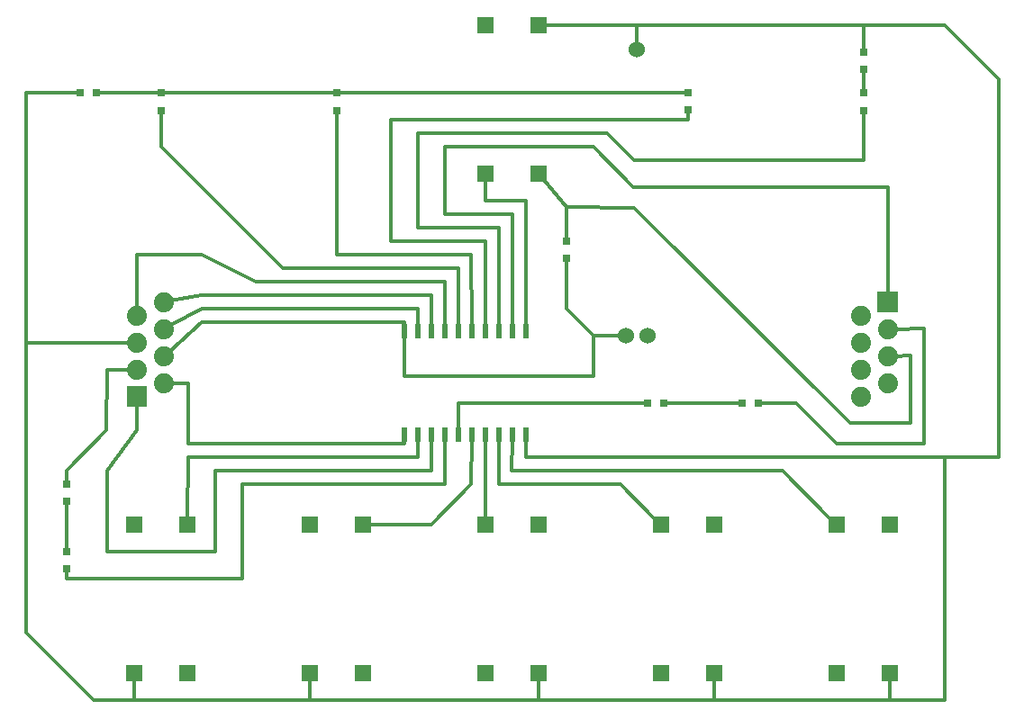
<source format=gtl>
G04 MADE WITH FRITZING*
G04 WWW.FRITZING.ORG*
G04 DOUBLE SIDED*
G04 HOLES PLATED*
G04 CONTOUR ON CENTER OF CONTOUR VECTOR*
%ASAXBY*%
%FSLAX23Y23*%
%MOIN*%
%OFA0B0*%
%SFA1.0B1.0*%
%ADD10C,0.060000*%
%ADD11C,0.074000*%
%ADD12R,0.021654X0.052362*%
%ADD13R,0.031496X0.031102*%
%ADD14R,0.031102X0.031496*%
%ADD15R,0.062992X0.061024*%
%ADD16C,0.012000*%
%ADD17R,0.001000X0.001000*%
%LNCOPPER1*%
G90*
G70*
G54D10*
X2450Y1550D03*
X2410Y2610D03*
X2370Y1550D03*
X2450Y1550D03*
X2410Y2610D03*
X2370Y1550D03*
X2450Y1550D03*
X2410Y2610D03*
X2370Y1550D03*
G54D11*
X3240Y1325D03*
X3340Y1375D03*
X3240Y1425D03*
X3240Y1525D03*
X3240Y1625D03*
X3340Y1475D03*
X3340Y1575D03*
X3340Y1675D03*
X3240Y1325D03*
X3340Y1375D03*
X3240Y1425D03*
X3240Y1525D03*
X3240Y1625D03*
X3340Y1475D03*
X3340Y1575D03*
X3340Y1675D03*
X661Y1675D03*
X561Y1625D03*
X661Y1575D03*
X661Y1475D03*
X661Y1375D03*
X561Y1525D03*
X561Y1425D03*
X561Y1325D03*
X661Y1675D03*
X561Y1625D03*
X661Y1575D03*
X661Y1475D03*
X661Y1375D03*
X561Y1525D03*
X561Y1425D03*
X561Y1325D03*
G54D12*
X1551Y1568D03*
X1601Y1568D03*
X1651Y1568D03*
X1701Y1568D03*
X1751Y1568D03*
X1801Y1568D03*
X1851Y1568D03*
X1901Y1568D03*
X1951Y1568D03*
X2001Y1568D03*
X1551Y1184D03*
X1601Y1184D03*
X1651Y1184D03*
X1701Y1184D03*
X1751Y1184D03*
X1801Y1184D03*
X1851Y1184D03*
X1901Y1184D03*
X1951Y1184D03*
X2001Y1184D03*
G54D13*
X2600Y2450D03*
X2600Y2386D03*
X1300Y2450D03*
X1300Y2385D03*
X650Y2450D03*
X650Y2385D03*
X3250Y2450D03*
X3250Y2385D03*
G54D14*
X350Y2450D03*
X413Y2450D03*
G54D13*
X3250Y2600D03*
X3250Y2537D03*
X2150Y1900D03*
X2150Y1837D03*
G54D14*
X2450Y1300D03*
X2513Y1300D03*
X2800Y1300D03*
X2863Y1300D03*
G54D13*
X300Y750D03*
X300Y687D03*
X300Y1000D03*
X300Y937D03*
G54D15*
X3151Y301D03*
X3348Y301D03*
X3348Y850D03*
X3151Y850D03*
X2501Y301D03*
X2698Y301D03*
X2698Y850D03*
X2501Y850D03*
X1851Y301D03*
X2048Y301D03*
X2048Y850D03*
X1851Y850D03*
X1201Y301D03*
X1398Y301D03*
X1398Y850D03*
X1201Y850D03*
X551Y301D03*
X748Y301D03*
X748Y850D03*
X551Y850D03*
X1851Y2151D03*
X2048Y2151D03*
X2048Y2700D03*
X1851Y2700D03*
G54D16*
X2400Y2025D02*
X3201Y1226D01*
D02*
X3201Y1226D02*
X3426Y1226D01*
D02*
X3426Y1226D02*
X3426Y1476D01*
D02*
X3426Y1476D02*
X3365Y1475D01*
D02*
X2150Y2026D02*
X2400Y2025D01*
D02*
X151Y1525D02*
X536Y1525D01*
D02*
X3001Y1300D02*
X2873Y1300D01*
D02*
X2252Y1549D02*
X2350Y1550D01*
D02*
X2410Y2701D02*
X2410Y2631D01*
D02*
X3251Y2701D02*
X3251Y2610D01*
D02*
X2250Y1401D02*
X2252Y1549D01*
D02*
X1550Y1401D02*
X2250Y1401D01*
D02*
X2151Y1650D02*
X2151Y1827D01*
D02*
X2252Y1549D02*
X2151Y1650D01*
D02*
X1551Y1547D02*
X1550Y1401D01*
D02*
X2150Y2026D02*
X2068Y2126D01*
D02*
X2150Y1910D02*
X2150Y2026D01*
D02*
X1550Y1601D02*
X1550Y1589D01*
D02*
X800Y1599D02*
X1550Y1601D01*
D02*
X680Y1492D02*
X800Y1599D01*
D02*
X1600Y1651D02*
X1601Y1589D01*
D02*
X800Y1651D02*
X1600Y1651D01*
D02*
X683Y1587D02*
X800Y1651D01*
D02*
X1851Y1900D02*
X1851Y1589D01*
D02*
X1501Y1901D02*
X1851Y1900D01*
D02*
X1500Y2350D02*
X1501Y1901D01*
D02*
X2601Y2351D02*
X1500Y2350D01*
D02*
X2601Y2376D02*
X2601Y2351D01*
D02*
X423Y2450D02*
X640Y2450D01*
D02*
X1290Y2450D02*
X661Y2450D01*
D02*
X1300Y1850D02*
X1799Y1850D01*
D02*
X1799Y1850D02*
X1801Y1589D01*
D02*
X1300Y2375D02*
X1300Y1850D01*
D02*
X2590Y2450D02*
X1311Y2450D01*
D02*
X2401Y2200D02*
X2301Y2300D01*
D02*
X2301Y2300D02*
X1600Y2300D01*
D02*
X1600Y2300D02*
X1600Y1951D01*
D02*
X3251Y2200D02*
X2401Y2200D01*
D02*
X3250Y2375D02*
X3251Y2200D01*
D02*
X1901Y1950D02*
X1901Y1589D01*
D02*
X1600Y1951D02*
X1901Y1950D01*
D02*
X3001Y1300D02*
X3151Y1151D01*
D02*
X3151Y1151D02*
X3476Y1150D01*
D02*
X2523Y1300D02*
X2790Y1300D01*
D02*
X450Y1050D02*
X450Y750D01*
D02*
X561Y1200D02*
X450Y1050D01*
D02*
X450Y750D02*
X851Y750D01*
D02*
X851Y750D02*
X851Y1050D01*
D02*
X851Y1050D02*
X1650Y1050D01*
D02*
X3476Y1576D02*
X3365Y1575D01*
D02*
X3476Y1150D02*
X3476Y1576D01*
D02*
X1650Y1050D02*
X1651Y1164D01*
D02*
X561Y1300D02*
X561Y1200D01*
D02*
X1750Y1800D02*
X1751Y1589D01*
D02*
X1101Y1800D02*
X1750Y1800D01*
D02*
X651Y2250D02*
X1101Y1800D01*
D02*
X650Y2375D02*
X651Y2250D01*
D02*
X1600Y1099D02*
X751Y1099D01*
D02*
X1601Y1164D02*
X1600Y1099D01*
D02*
X751Y1099D02*
X748Y875D01*
D02*
X1650Y850D02*
X1424Y850D01*
D02*
X1799Y1000D02*
X1650Y850D01*
D02*
X1801Y1164D02*
X1799Y1000D01*
D02*
X1951Y1164D02*
X1949Y1052D01*
D02*
X1551Y1151D02*
X1551Y1164D01*
D02*
X750Y1150D02*
X1551Y1151D01*
D02*
X2950Y1050D02*
X3126Y875D01*
D02*
X1949Y1052D02*
X2950Y1050D01*
D02*
X2350Y1000D02*
X2476Y875D01*
D02*
X1851Y875D02*
X1851Y1164D01*
D02*
X1900Y1001D02*
X2350Y1000D01*
D02*
X1901Y1164D02*
X1900Y1001D01*
D02*
X750Y1375D02*
X750Y1150D01*
D02*
X686Y1375D02*
X750Y1375D01*
D02*
X1702Y1001D02*
X1701Y1164D01*
D02*
X952Y999D02*
X1702Y1001D01*
D02*
X952Y649D02*
X952Y999D01*
D02*
X301Y650D02*
X952Y649D01*
D02*
X300Y677D02*
X301Y650D01*
D02*
X300Y927D02*
X300Y760D01*
D02*
X450Y1425D02*
X536Y1425D01*
D02*
X3348Y200D02*
X3552Y200D01*
D02*
X2698Y200D02*
X3348Y200D01*
D02*
X2048Y200D02*
X2698Y200D01*
D02*
X3552Y1099D02*
X2000Y1099D01*
D02*
X1201Y201D02*
X2048Y200D01*
D02*
X551Y201D02*
X1201Y201D01*
D02*
X2000Y1099D02*
X2001Y1164D01*
D02*
X400Y201D02*
X551Y201D01*
D02*
X151Y450D02*
X400Y201D01*
D02*
X3552Y200D02*
X3552Y1099D01*
D02*
X151Y1525D02*
X151Y450D01*
D02*
X151Y2450D02*
X151Y1525D01*
D02*
X340Y2450D02*
X151Y2450D01*
D02*
X2440Y1300D02*
X1750Y1300D01*
D02*
X1750Y1300D02*
X1751Y1205D01*
D02*
X449Y1199D02*
X450Y1425D01*
D02*
X301Y1050D02*
X449Y1199D01*
D02*
X300Y1010D02*
X301Y1050D01*
D02*
X2001Y2050D02*
X2001Y1589D01*
D02*
X1851Y2051D02*
X2001Y2050D01*
D02*
X1851Y2126D02*
X1851Y2051D01*
D02*
X1951Y2000D02*
X1951Y1589D01*
D02*
X1700Y2000D02*
X1951Y2000D01*
D02*
X2399Y2100D02*
X2251Y2250D01*
D02*
X2251Y2250D02*
X1700Y2250D01*
D02*
X1700Y2250D02*
X1700Y2000D01*
D02*
X3340Y2100D02*
X2399Y2100D01*
D02*
X3340Y1700D02*
X3340Y2100D01*
D02*
X800Y1849D02*
X561Y1849D01*
D02*
X1001Y1750D02*
X800Y1849D01*
D02*
X1700Y1750D02*
X1001Y1750D01*
D02*
X1701Y1589D02*
X1700Y1750D01*
D02*
X561Y1849D02*
X561Y1650D01*
D02*
X800Y1699D02*
X686Y1679D01*
D02*
X1650Y1700D02*
X800Y1699D01*
D02*
X1651Y1589D02*
X1650Y1700D01*
D02*
X1201Y201D02*
X1201Y276D01*
D02*
X551Y201D02*
X551Y276D01*
D02*
X2410Y2701D02*
X2074Y2700D01*
D02*
X3251Y2701D02*
X2410Y2701D01*
D02*
X3550Y2701D02*
X3251Y2701D01*
D02*
X3750Y2501D02*
X3550Y2701D01*
D02*
X3750Y1099D02*
X3750Y2501D01*
D02*
X3552Y1099D02*
X3750Y1099D01*
D02*
X3250Y2527D02*
X3250Y2460D01*
D02*
X3348Y200D02*
X3348Y276D01*
D02*
X2698Y200D02*
X2698Y276D01*
D02*
X2048Y200D02*
X2048Y276D01*
G54D17*
X3303Y1712D02*
X3376Y1712D01*
X3303Y1711D02*
X3376Y1711D01*
X3303Y1710D02*
X3376Y1710D01*
X3303Y1709D02*
X3376Y1709D01*
X3303Y1708D02*
X3376Y1708D01*
X3303Y1707D02*
X3376Y1707D01*
X3303Y1706D02*
X3376Y1706D01*
X3303Y1705D02*
X3376Y1705D01*
X3303Y1704D02*
X3376Y1704D01*
X3303Y1703D02*
X3376Y1703D01*
X3303Y1702D02*
X3376Y1702D01*
X3303Y1701D02*
X3376Y1701D01*
X3303Y1700D02*
X3376Y1700D01*
X3303Y1699D02*
X3376Y1699D01*
X3303Y1698D02*
X3376Y1698D01*
X3303Y1697D02*
X3376Y1697D01*
X3303Y1696D02*
X3376Y1696D01*
X3303Y1695D02*
X3337Y1695D01*
X3342Y1695D02*
X3376Y1695D01*
X3303Y1694D02*
X3332Y1694D01*
X3346Y1694D02*
X3376Y1694D01*
X3303Y1693D02*
X3330Y1693D01*
X3349Y1693D02*
X3376Y1693D01*
X3303Y1692D02*
X3328Y1692D01*
X3351Y1692D02*
X3376Y1692D01*
X3303Y1691D02*
X3327Y1691D01*
X3352Y1691D02*
X3376Y1691D01*
X3303Y1690D02*
X3326Y1690D01*
X3353Y1690D02*
X3376Y1690D01*
X3303Y1689D02*
X3325Y1689D01*
X3354Y1689D02*
X3376Y1689D01*
X3303Y1688D02*
X3324Y1688D01*
X3355Y1688D02*
X3376Y1688D01*
X3303Y1687D02*
X3323Y1687D01*
X3356Y1687D02*
X3376Y1687D01*
X3303Y1686D02*
X3322Y1686D01*
X3357Y1686D02*
X3376Y1686D01*
X3303Y1685D02*
X3322Y1685D01*
X3357Y1685D02*
X3376Y1685D01*
X3303Y1684D02*
X3321Y1684D01*
X3358Y1684D02*
X3376Y1684D01*
X3303Y1683D02*
X3321Y1683D01*
X3358Y1683D02*
X3376Y1683D01*
X3303Y1682D02*
X3320Y1682D01*
X3358Y1682D02*
X3376Y1682D01*
X3303Y1681D02*
X3320Y1681D01*
X3359Y1681D02*
X3376Y1681D01*
X3303Y1680D02*
X3320Y1680D01*
X3359Y1680D02*
X3376Y1680D01*
X3303Y1679D02*
X3320Y1679D01*
X3359Y1679D02*
X3376Y1679D01*
X3303Y1678D02*
X3319Y1678D01*
X3359Y1678D02*
X3376Y1678D01*
X3303Y1677D02*
X3319Y1677D01*
X3359Y1677D02*
X3376Y1677D01*
X3303Y1676D02*
X3319Y1676D01*
X3360Y1676D02*
X3376Y1676D01*
X3303Y1675D02*
X3319Y1675D01*
X3360Y1675D02*
X3376Y1675D01*
X3303Y1674D02*
X3319Y1674D01*
X3359Y1674D02*
X3376Y1674D01*
X3303Y1673D02*
X3319Y1673D01*
X3359Y1673D02*
X3376Y1673D01*
X3303Y1672D02*
X3320Y1672D01*
X3359Y1672D02*
X3376Y1672D01*
X3303Y1671D02*
X3320Y1671D01*
X3359Y1671D02*
X3376Y1671D01*
X3303Y1670D02*
X3320Y1670D01*
X3359Y1670D02*
X3376Y1670D01*
X3303Y1669D02*
X3320Y1669D01*
X3358Y1669D02*
X3376Y1669D01*
X3303Y1668D02*
X3321Y1668D01*
X3358Y1668D02*
X3376Y1668D01*
X3303Y1667D02*
X3321Y1667D01*
X3358Y1667D02*
X3376Y1667D01*
X3303Y1666D02*
X3322Y1666D01*
X3357Y1666D02*
X3376Y1666D01*
X3303Y1665D02*
X3322Y1665D01*
X3356Y1665D02*
X3376Y1665D01*
X3303Y1664D02*
X3323Y1664D01*
X3356Y1664D02*
X3376Y1664D01*
X3303Y1663D02*
X3324Y1663D01*
X3355Y1663D02*
X3376Y1663D01*
X3303Y1662D02*
X3325Y1662D01*
X3354Y1662D02*
X3376Y1662D01*
X3303Y1661D02*
X3326Y1661D01*
X3353Y1661D02*
X3376Y1661D01*
X3303Y1660D02*
X3327Y1660D01*
X3352Y1660D02*
X3376Y1660D01*
X3303Y1659D02*
X3328Y1659D01*
X3351Y1659D02*
X3376Y1659D01*
X3303Y1658D02*
X3330Y1658D01*
X3349Y1658D02*
X3376Y1658D01*
X3303Y1657D02*
X3332Y1657D01*
X3346Y1657D02*
X3376Y1657D01*
X3303Y1656D02*
X3337Y1656D01*
X3342Y1656D02*
X3376Y1656D01*
X3303Y1655D02*
X3376Y1655D01*
X3303Y1654D02*
X3376Y1654D01*
X3303Y1653D02*
X3376Y1653D01*
X3303Y1652D02*
X3376Y1652D01*
X3303Y1651D02*
X3376Y1651D01*
X3303Y1650D02*
X3376Y1650D01*
X3303Y1649D02*
X3376Y1649D01*
X3303Y1648D02*
X3376Y1648D01*
X3303Y1647D02*
X3376Y1647D01*
X3303Y1646D02*
X3376Y1646D01*
X3303Y1645D02*
X3376Y1645D01*
X3303Y1644D02*
X3376Y1644D01*
X3303Y1643D02*
X3376Y1643D01*
X3303Y1642D02*
X3376Y1642D01*
X3303Y1641D02*
X3376Y1641D01*
X3303Y1640D02*
X3376Y1640D01*
X3303Y1639D02*
X3376Y1639D01*
X524Y1362D02*
X597Y1362D01*
X524Y1361D02*
X597Y1361D01*
X524Y1360D02*
X597Y1360D01*
X524Y1359D02*
X597Y1359D01*
X524Y1358D02*
X597Y1358D01*
X524Y1357D02*
X597Y1357D01*
X524Y1356D02*
X597Y1356D01*
X524Y1355D02*
X597Y1355D01*
X524Y1354D02*
X597Y1354D01*
X524Y1353D02*
X597Y1353D01*
X524Y1352D02*
X597Y1352D01*
X524Y1351D02*
X597Y1351D01*
X524Y1350D02*
X597Y1350D01*
X524Y1349D02*
X597Y1349D01*
X524Y1348D02*
X597Y1348D01*
X524Y1347D02*
X597Y1347D01*
X524Y1346D02*
X597Y1346D01*
X524Y1345D02*
X558Y1345D01*
X563Y1345D02*
X597Y1345D01*
X524Y1344D02*
X553Y1344D01*
X568Y1344D02*
X597Y1344D01*
X524Y1343D02*
X551Y1343D01*
X570Y1343D02*
X597Y1343D01*
X524Y1342D02*
X549Y1342D01*
X572Y1342D02*
X597Y1342D01*
X524Y1341D02*
X548Y1341D01*
X573Y1341D02*
X597Y1341D01*
X524Y1340D02*
X547Y1340D01*
X574Y1340D02*
X597Y1340D01*
X524Y1339D02*
X546Y1339D01*
X575Y1339D02*
X597Y1339D01*
X524Y1338D02*
X545Y1338D01*
X576Y1338D02*
X597Y1338D01*
X524Y1337D02*
X544Y1337D01*
X577Y1337D02*
X597Y1337D01*
X524Y1336D02*
X543Y1336D01*
X578Y1336D02*
X597Y1336D01*
X524Y1335D02*
X543Y1335D01*
X578Y1335D02*
X597Y1335D01*
X524Y1334D02*
X542Y1334D01*
X579Y1334D02*
X597Y1334D01*
X524Y1333D02*
X542Y1333D01*
X579Y1333D02*
X597Y1333D01*
X524Y1332D02*
X542Y1332D01*
X580Y1332D02*
X597Y1332D01*
X524Y1331D02*
X541Y1331D01*
X580Y1331D02*
X597Y1331D01*
X524Y1330D02*
X541Y1330D01*
X580Y1330D02*
X597Y1330D01*
X524Y1329D02*
X541Y1329D01*
X580Y1329D02*
X597Y1329D01*
X524Y1328D02*
X541Y1328D01*
X580Y1328D02*
X597Y1328D01*
X524Y1327D02*
X540Y1327D01*
X581Y1327D02*
X597Y1327D01*
X524Y1326D02*
X540Y1326D01*
X581Y1326D02*
X597Y1326D01*
X524Y1325D02*
X540Y1325D01*
X581Y1325D02*
X597Y1325D01*
X524Y1324D02*
X540Y1324D01*
X581Y1324D02*
X597Y1324D01*
X524Y1323D02*
X541Y1323D01*
X580Y1323D02*
X597Y1323D01*
X524Y1322D02*
X541Y1322D01*
X580Y1322D02*
X597Y1322D01*
X524Y1321D02*
X541Y1321D01*
X580Y1321D02*
X597Y1321D01*
X524Y1320D02*
X541Y1320D01*
X580Y1320D02*
X597Y1320D01*
X524Y1319D02*
X542Y1319D01*
X579Y1319D02*
X597Y1319D01*
X524Y1318D02*
X542Y1318D01*
X579Y1318D02*
X597Y1318D01*
X524Y1317D02*
X542Y1317D01*
X579Y1317D02*
X597Y1317D01*
X524Y1316D02*
X543Y1316D01*
X578Y1316D02*
X597Y1316D01*
X524Y1315D02*
X543Y1315D01*
X578Y1315D02*
X597Y1315D01*
X524Y1314D02*
X544Y1314D01*
X577Y1314D02*
X597Y1314D01*
X524Y1313D02*
X545Y1313D01*
X576Y1313D02*
X597Y1313D01*
X524Y1312D02*
X546Y1312D01*
X575Y1312D02*
X597Y1312D01*
X524Y1311D02*
X547Y1311D01*
X574Y1311D02*
X597Y1311D01*
X524Y1310D02*
X548Y1310D01*
X573Y1310D02*
X597Y1310D01*
X524Y1309D02*
X549Y1309D01*
X572Y1309D02*
X597Y1309D01*
X524Y1308D02*
X551Y1308D01*
X570Y1308D02*
X597Y1308D01*
X524Y1307D02*
X554Y1307D01*
X567Y1307D02*
X597Y1307D01*
X524Y1306D02*
X558Y1306D01*
X563Y1306D02*
X597Y1306D01*
X524Y1305D02*
X597Y1305D01*
X524Y1304D02*
X597Y1304D01*
X524Y1303D02*
X597Y1303D01*
X524Y1302D02*
X597Y1302D01*
X524Y1301D02*
X597Y1301D01*
X524Y1300D02*
X597Y1300D01*
X524Y1299D02*
X597Y1299D01*
X524Y1298D02*
X597Y1298D01*
X524Y1297D02*
X597Y1297D01*
X524Y1296D02*
X597Y1296D01*
X524Y1295D02*
X597Y1295D01*
X524Y1294D02*
X597Y1294D01*
X524Y1293D02*
X597Y1293D01*
X524Y1292D02*
X597Y1292D01*
X524Y1291D02*
X597Y1291D01*
X524Y1290D02*
X597Y1290D01*
X524Y1289D02*
X597Y1289D01*
D02*
G04 End of Copper1*
M02*
</source>
